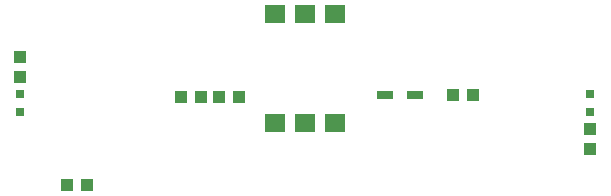
<source format=gbr>
G04 EAGLE Gerber RS-274X export*
G75*
%MOMM*%
%FSLAX34Y34*%
%LPD*%
%INSolderpaste Top*%
%IPPOS*%
%AMOC8*
5,1,8,0,0,1.08239X$1,22.5*%
G01*
%ADD10R,1.780000X1.520000*%
%ADD11R,1.075000X1.000000*%
%ADD12R,1.350000X0.800000*%
%ADD13R,0.800000X0.800000*%
%ADD14R,1.000000X1.075000*%


D10*
X279400Y189960D03*
X254000Y189960D03*
X228600Y189960D03*
X228600Y97060D03*
X254000Y97060D03*
X279400Y97060D03*
D11*
X148980Y119380D03*
X165980Y119380D03*
X378850Y120650D03*
X395850Y120650D03*
X180730Y119380D03*
X197730Y119380D03*
X69460Y44450D03*
X52460Y44450D03*
D12*
X346710Y120650D03*
X321310Y120650D03*
D13*
X495300Y121800D03*
X495300Y106800D03*
D14*
X495300Y75320D03*
X495300Y92320D03*
D13*
X12700Y106800D03*
X12700Y121800D03*
D14*
X12700Y153280D03*
X12700Y136280D03*
M02*

</source>
